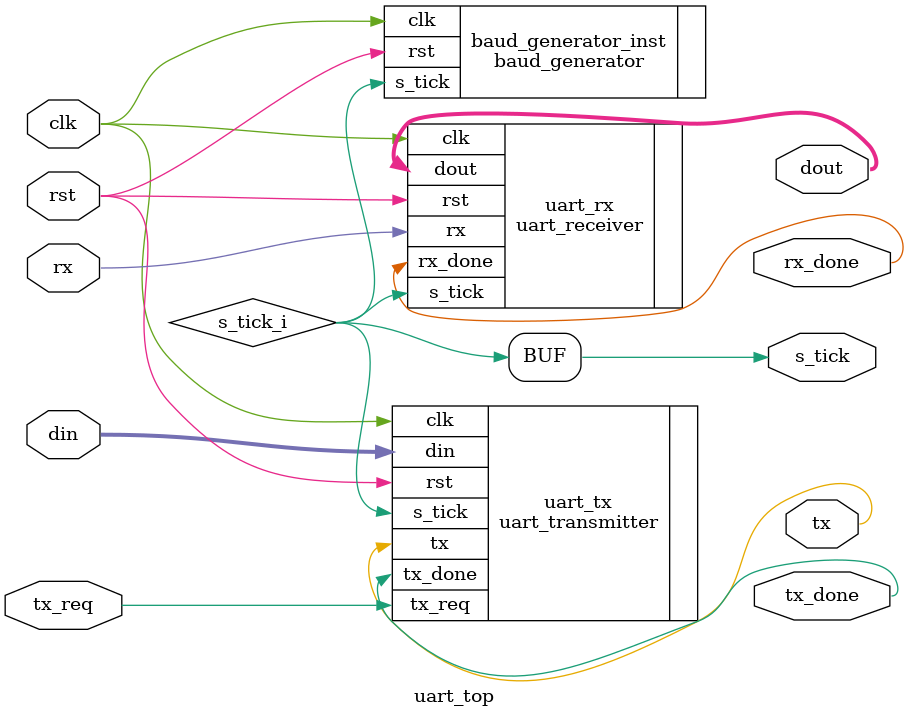
<source format=v>
module uart_top
#(
	parameter CLK_FREQ = 100_000_000, // default values
	parameter BAUD_RATE = 9600
)
(
	input clk,
	input rst,

	input tx_req, // transmission request, when high, perform transmission
	input [7:0] din, // data to be transmitted
	output tx, // transmission line
	output tx_done, // transmission completed flag

	input rx, // reception line
	output [7:0] dout, // received data
	output rx_done, // reception completed flag

	output s_tick // FOR TESTBENCH!
);

	wire s_tick_i;
	assign s_tick = s_tick_i;

	uart_receiver uart_rx
	(
		.clk(clk),
		.rst(rst),
		.s_tick(s_tick_i), // input from baud generator
		.rx(rx),
		.dout(dout),
		.rx_done(rx_done)
	);

	uart_transmitter uart_tx
	(
		.clk(clk),
		.rst(rst),
		.tx_req(tx_req),
		.din(din),
		.s_tick(s_tick_i), // input from baud generator
		.tx(tx),
		.tx_done(tx_done)
	);

	baud_generator 
	#(
		.CLK_FREQ(CLK_FREQ),
		.BAUD_RATE(BAUD_RATE)
	)
	baud_generator_inst
	(
		.clk(clk),
		.s_tick(s_tick_i), // output for tx and rx modules
		.rst(rst)
	);

endmodule
</source>
